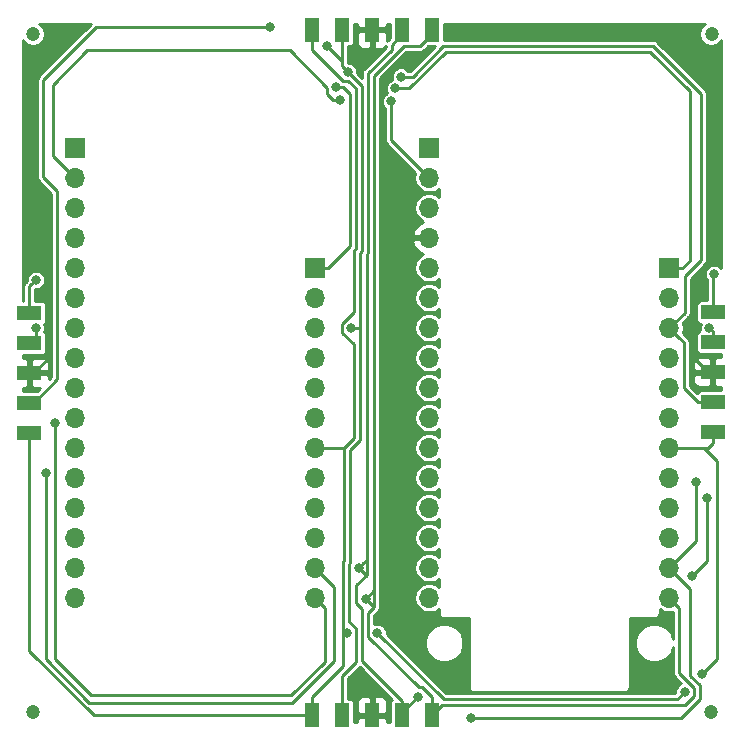
<source format=gbr>
G04 #@! TF.GenerationSoftware,KiCad,Pcbnew,(5.0.0-rc2-dev-111-gc69db6c)*
G04 #@! TF.CreationDate,2018-03-20T00:35:28-07:00*
G04 #@! TF.ProjectId,Feather_Trellis,466561746865725F5472656C6C69732E,rev?*
G04 #@! TF.SameCoordinates,Original*
G04 #@! TF.FileFunction,Copper,L2,Bot,Signal*
G04 #@! TF.FilePolarity,Positive*
%FSLAX46Y46*%
G04 Gerber Fmt 4.6, Leading zero omitted, Abs format (unit mm)*
G04 Created by KiCad (PCBNEW (5.0.0-rc2-dev-111-gc69db6c)) date Tuesday, March 20, 2018 at 12:35:28 AM*
%MOMM*%
%LPD*%
G01*
G04 APERTURE LIST*
%ADD10C,1.200000*%
%ADD11R,2.000000X1.270000*%
%ADD12R,1.270000X2.000000*%
%ADD13R,1.700000X1.700000*%
%ADD14O,1.700000X1.700000*%
%ADD15C,0.800000*%
%ADD16C,0.254000*%
G04 APERTURE END LIST*
D10*
X148700000Y-88700000D03*
X148760000Y-31310000D03*
X91300000Y-88700000D03*
X91300000Y-31300000D03*
D11*
X148840000Y-65030000D03*
X148840000Y-62490000D03*
X148840000Y-59950000D03*
X148840000Y-57410000D03*
X148840000Y-54870000D03*
D12*
X125080000Y-89000000D03*
X122540000Y-89000000D03*
X120000000Y-89000000D03*
X117460000Y-89000000D03*
X114920000Y-89000000D03*
D11*
X91000000Y-65080000D03*
X91000000Y-62540000D03*
X91000000Y-60000000D03*
X91000000Y-57460000D03*
X91000000Y-54920000D03*
D12*
X114920000Y-30950000D03*
X117460000Y-30950000D03*
X120000000Y-30950000D03*
X122540000Y-30950000D03*
X125080000Y-30950000D03*
D13*
X145160000Y-51110000D03*
D14*
X145160000Y-53650000D03*
X145160000Y-56190000D03*
X145160000Y-58730000D03*
X145160000Y-61270000D03*
X145160000Y-63810000D03*
X145160000Y-66350000D03*
X145160000Y-68890000D03*
X145160000Y-71430000D03*
X145160000Y-73970000D03*
X145160000Y-76510000D03*
X145160000Y-79050000D03*
X115160000Y-79050000D03*
X115160000Y-76510000D03*
X115160000Y-73970000D03*
X115160000Y-71430000D03*
X115160000Y-68890000D03*
X115160000Y-66350000D03*
X115160000Y-63810000D03*
X115160000Y-61270000D03*
X115160000Y-58730000D03*
X115160000Y-56190000D03*
X115160000Y-53650000D03*
D13*
X115160000Y-51110000D03*
X124840000Y-40950000D03*
D14*
X124840000Y-43490000D03*
X124840000Y-46030000D03*
X124840000Y-48570000D03*
X124840000Y-51110000D03*
X124840000Y-53650000D03*
X124840000Y-56190000D03*
X124840000Y-58730000D03*
X124840000Y-61270000D03*
X124840000Y-63810000D03*
X124840000Y-66350000D03*
X124840000Y-68890000D03*
X124840000Y-71430000D03*
X124840000Y-73970000D03*
X124840000Y-76510000D03*
X124840000Y-79050000D03*
X94840000Y-79050000D03*
X94840000Y-76510000D03*
X94840000Y-73970000D03*
X94840000Y-71430000D03*
X94840000Y-68890000D03*
X94840000Y-66350000D03*
X94840000Y-63810000D03*
X94840000Y-61270000D03*
X94840000Y-58730000D03*
X94840000Y-56190000D03*
X94840000Y-53650000D03*
X94840000Y-51110000D03*
X94840000Y-48570000D03*
X94840000Y-46030000D03*
X94840000Y-43490000D03*
D13*
X94840000Y-40950000D03*
D15*
X147660000Y-52110000D03*
X91860000Y-49110000D03*
X119920582Y-33228990D03*
X119960000Y-87210000D03*
X91560000Y-52110000D03*
X148360000Y-70610000D03*
X148960000Y-51610000D03*
X147060000Y-77210000D03*
X93160000Y-64210000D03*
X119460000Y-79110000D03*
X92360000Y-68510000D03*
X128360000Y-89210000D03*
X147460000Y-69210000D03*
X123860000Y-87410000D03*
X91560000Y-56209002D03*
X118860000Y-76510000D03*
X148560000Y-56159002D03*
X147960000Y-85510000D03*
X146460000Y-87010000D03*
X120460000Y-82010000D03*
X117860000Y-82010000D03*
X111360000Y-30729012D03*
X116160000Y-32310000D03*
X117960000Y-34510000D03*
X122460000Y-34910000D03*
X118260000Y-56210000D03*
X121627006Y-37010028D03*
X117259998Y-36910000D03*
X116987996Y-35798394D03*
X121960000Y-35910004D03*
D16*
X147260001Y-52509999D02*
X147660000Y-52110000D01*
X147160000Y-52610000D02*
X147260001Y-52509999D01*
X147160000Y-58635000D02*
X147160000Y-52610000D01*
X148475000Y-59950000D02*
X147160000Y-58635000D01*
X148840000Y-59950000D02*
X148475000Y-59950000D01*
X92760000Y-58605000D02*
X92760000Y-50010000D01*
X92760000Y-50010000D02*
X91860000Y-49110000D01*
X91000000Y-60000000D02*
X91365000Y-60000000D01*
X91365000Y-60000000D02*
X92760000Y-58605000D01*
X120000000Y-33149572D02*
X119920582Y-33228990D01*
X120000000Y-30950000D02*
X120000000Y-33149572D01*
X120000000Y-89000000D02*
X120000000Y-87250000D01*
X120000000Y-87250000D02*
X119960000Y-87210000D01*
X91000000Y-52670000D02*
X91160001Y-52509999D01*
X91000000Y-54920000D02*
X91000000Y-52670000D01*
X91160001Y-52509999D02*
X91560000Y-52110000D01*
X93160000Y-64210000D02*
X93160000Y-84250800D01*
X96214200Y-87305000D02*
X113146564Y-87305000D01*
X113146564Y-87305000D02*
X116009999Y-84441565D01*
X116009999Y-84441565D02*
X116009999Y-79899999D01*
X93160000Y-84250800D02*
X96214200Y-87305000D01*
X116009999Y-79899999D02*
X115160000Y-79050000D01*
X148360000Y-71175685D02*
X148360000Y-70610000D01*
X147060000Y-77210000D02*
X148360000Y-75910000D01*
X148360000Y-75910000D02*
X148360000Y-71175685D01*
X148840000Y-54870000D02*
X148840000Y-51730000D01*
X148840000Y-51730000D02*
X148960000Y-51610000D01*
X146009999Y-79899999D02*
X145160000Y-79050000D01*
X125961989Y-88118011D02*
X146507873Y-88118011D01*
X146009999Y-85404115D02*
X146009999Y-79899999D01*
X147241002Y-86635118D02*
X146009999Y-85404115D01*
X147241002Y-87384882D02*
X147241002Y-86635118D01*
X125080000Y-89000000D02*
X125961989Y-88118011D01*
X146507873Y-88118011D02*
X147241002Y-87384882D01*
X123962998Y-86628998D02*
X119678999Y-82344999D01*
X125080000Y-87474116D02*
X124234882Y-86628998D01*
X125080000Y-89000000D02*
X125080000Y-87474116D01*
X119678999Y-82344999D02*
X119678999Y-80309999D01*
X119678999Y-80309999D02*
X120178998Y-79810000D01*
X124234882Y-86628998D02*
X123962998Y-86628998D01*
X125080000Y-31315000D02*
X125080000Y-30950000D01*
X124063999Y-32331001D02*
X125080000Y-31315000D01*
X120178998Y-35992126D02*
X120173046Y-35986174D01*
X120173046Y-34841070D02*
X122683115Y-32331001D01*
X122683115Y-32331001D02*
X124063999Y-32331001D01*
X120178998Y-78410000D02*
X120178998Y-35992126D01*
X120173046Y-35986174D02*
X120173046Y-34841070D01*
X120178998Y-79810000D02*
X120178998Y-78410000D01*
X119460000Y-79110000D02*
X120160000Y-79810000D01*
X120160000Y-79810000D02*
X120178998Y-79810000D01*
X119460000Y-79110000D02*
X120160000Y-78410000D01*
X120160000Y-78410000D02*
X120178998Y-78410000D01*
X115160000Y-76510000D02*
X116760000Y-78110000D01*
X113260000Y-87910000D02*
X96060000Y-87910000D01*
X116760000Y-84410000D02*
X113260000Y-87910000D01*
X116760000Y-78110000D02*
X116760000Y-84410000D01*
X92360000Y-69075685D02*
X92360000Y-68510000D01*
X96060000Y-87910000D02*
X92360000Y-84210000D01*
X92360000Y-84210000D02*
X92360000Y-69075685D01*
X128925685Y-89210000D02*
X128360000Y-89210000D01*
X147749013Y-87595307D02*
X146134320Y-89210000D01*
X146960000Y-78310000D02*
X146960000Y-85635680D01*
X145160000Y-76510000D02*
X146960000Y-78310000D01*
X146960000Y-85635680D02*
X147749012Y-86424692D01*
X146134320Y-89210000D02*
X128925685Y-89210000D01*
X147749012Y-86424692D02*
X147749013Y-87595307D01*
X147460000Y-69775685D02*
X147460000Y-69210000D01*
X147460000Y-74210000D02*
X147460000Y-69775685D01*
X145160000Y-76510000D02*
X147460000Y-74210000D01*
X118678999Y-77991001D02*
X119560000Y-77110000D01*
X118678999Y-79484881D02*
X118678999Y-77991001D01*
X122540000Y-87746000D02*
X119170989Y-84376989D01*
X119170989Y-79976871D02*
X118678999Y-79484881D01*
X119170989Y-84376989D02*
X119170989Y-79976871D01*
X122540000Y-89000000D02*
X122540000Y-87746000D01*
X122540000Y-88730000D02*
X123860000Y-87410000D01*
X122540000Y-89000000D02*
X122540000Y-88730000D01*
X91560000Y-56209002D02*
X91560000Y-56900000D01*
X91560000Y-56900000D02*
X91000000Y-57460000D01*
X122540000Y-31315000D02*
X122540000Y-30950000D01*
X119560000Y-49969308D02*
X119665035Y-49864273D01*
X119665035Y-34630645D02*
X121651000Y-32644680D01*
X121651000Y-32204000D02*
X122540000Y-31315000D01*
X121651000Y-32644680D02*
X121651000Y-32204000D01*
X119665035Y-49864273D02*
X119665035Y-34630645D01*
X119560000Y-75810000D02*
X119560000Y-49969308D01*
X119560000Y-77110000D02*
X119560000Y-75810000D01*
X118860000Y-76510000D02*
X119460000Y-77110000D01*
X119460000Y-77110000D02*
X119560000Y-77110000D01*
X118860000Y-76510000D02*
X119259999Y-76110001D01*
X119259999Y-76110001D02*
X119560000Y-75810000D01*
X148840000Y-57410000D02*
X148840000Y-56439002D01*
X148840000Y-56439002D02*
X148560000Y-56159002D01*
X148475000Y-57410000D02*
X148840000Y-57410000D01*
X147960000Y-85510000D02*
X149241001Y-84228999D01*
X149241001Y-84228999D02*
X149241001Y-67474712D01*
X149241001Y-67474712D02*
X148116289Y-66350000D01*
X148116289Y-66350000D02*
X147840000Y-66350000D01*
X126060000Y-87610000D02*
X145860000Y-87610000D01*
X145860000Y-87610000D02*
X146460000Y-87010000D01*
X120460000Y-82010000D02*
X126060000Y-87610000D01*
X117570988Y-82010000D02*
X117570988Y-84799012D01*
X117570988Y-75924694D02*
X117570988Y-82010000D01*
X117570988Y-82010000D02*
X117860000Y-82010000D01*
X91000000Y-65969000D02*
X91000000Y-65080000D01*
X91000000Y-83568436D02*
X91000000Y-65969000D01*
X96431564Y-89000000D02*
X91000000Y-83568436D01*
X114920000Y-89000000D02*
X96431564Y-89000000D01*
X118460000Y-54854118D02*
X117478999Y-55835119D01*
X117478999Y-56584881D02*
X118460000Y-57565882D01*
X117478999Y-55835119D02*
X117478999Y-56584881D01*
X118007001Y-35291001D02*
X118624926Y-35908926D01*
X118624926Y-35908926D02*
X118624926Y-49467510D01*
X118460000Y-49632436D02*
X118460000Y-54854118D01*
X114920000Y-32625882D02*
X117585119Y-35291001D01*
X114920000Y-30950000D02*
X114920000Y-32625882D01*
X118460000Y-57565882D02*
X118460000Y-65491000D01*
X118460000Y-65491000D02*
X117601000Y-66350000D01*
X117585119Y-35291001D02*
X118007001Y-35291001D01*
X118624926Y-49467510D02*
X118460000Y-49632436D01*
X114920000Y-87746000D02*
X114920000Y-89000000D01*
X114920000Y-87450000D02*
X114920000Y-87746000D01*
X117601000Y-66350000D02*
X117601000Y-75894682D01*
X117601000Y-75894682D02*
X117570988Y-75924694D01*
X117570988Y-84799012D02*
X114920000Y-87450000D01*
X147840000Y-66350000D02*
X145160000Y-66350000D01*
X148840000Y-65030000D02*
X148840000Y-65919000D01*
X148840000Y-65919000D02*
X148409000Y-66350000D01*
X148409000Y-66350000D02*
X147840000Y-66350000D01*
X117601000Y-66350000D02*
X115160000Y-66350000D01*
X110794315Y-30729012D02*
X111360000Y-30729012D01*
X96640988Y-30729012D02*
X110794315Y-30729012D01*
X93360000Y-44610000D02*
X92160000Y-43410000D01*
X92160000Y-35210000D02*
X96640988Y-30729012D01*
X92160000Y-43410000D02*
X92160000Y-35210000D01*
X91365000Y-62540000D02*
X93360000Y-60545000D01*
X91000000Y-62540000D02*
X91365000Y-62540000D01*
X93360000Y-60545000D02*
X93360000Y-44610000D01*
X145160000Y-56190000D02*
X146460000Y-54890000D01*
X146460000Y-51810000D02*
X147860000Y-50410000D01*
X126048812Y-32301990D02*
X123440802Y-34910000D01*
X147860000Y-50410000D02*
X147860000Y-36391564D01*
X146460000Y-54890000D02*
X146460000Y-51810000D01*
X143770425Y-32301989D02*
X126048812Y-32301990D01*
X123440802Y-34910000D02*
X123025685Y-34910000D01*
X147860000Y-36391564D02*
X143770425Y-32301989D01*
X123025685Y-34910000D02*
X122460000Y-34910000D01*
X118109011Y-66560425D02*
X118968011Y-65701425D01*
X117460000Y-85628434D02*
X118641002Y-84447432D01*
X118078999Y-76135119D02*
X118109010Y-76105108D01*
X118968011Y-65701425D02*
X118968011Y-56210000D01*
X118641002Y-81635118D02*
X118078999Y-81073115D01*
X118109010Y-76105108D02*
X118109011Y-66560425D01*
X118078999Y-81073115D02*
X118078999Y-76135119D01*
X118641002Y-84447432D02*
X118641002Y-81635118D01*
X117460000Y-89000000D02*
X117460000Y-85628434D01*
X117460000Y-30950000D02*
X117460000Y-33810000D01*
X117460000Y-33810000D02*
X117460000Y-34010000D01*
X116160000Y-32310000D02*
X117460000Y-33610000D01*
X117460000Y-33610000D02*
X117460000Y-33810000D01*
X145160000Y-56190000D02*
X145160000Y-55610000D01*
X119157024Y-36521878D02*
X119157024Y-35707024D01*
X119157024Y-35707024D02*
X118359999Y-34909999D01*
X117460000Y-34010000D02*
X117560001Y-34110001D01*
X117560001Y-34110001D02*
X117960000Y-34510000D01*
X118359999Y-34909999D02*
X117960000Y-34510000D01*
X117460000Y-31315000D02*
X117460000Y-30950000D01*
X119157024Y-36521878D02*
X119132926Y-36497778D01*
X118968011Y-56210000D02*
X118968011Y-49842861D01*
X119157024Y-49653848D02*
X119157024Y-36521878D01*
X118968011Y-49842861D02*
X119157024Y-49653848D01*
X118260000Y-56210000D02*
X118968011Y-56210000D01*
X148840000Y-62490000D02*
X147586000Y-62490000D01*
X147586000Y-62490000D02*
X146391001Y-61295001D01*
X146391001Y-61295001D02*
X146391001Y-57421001D01*
X146391001Y-57421001D02*
X146009999Y-57039999D01*
X146009999Y-57039999D02*
X145160000Y-56190000D01*
X116206995Y-35856997D02*
X116206995Y-36422682D01*
X95884000Y-32695000D02*
X113044998Y-32695000D01*
X94840000Y-43490000D02*
X92963000Y-41613000D01*
X116694313Y-36910000D02*
X117259998Y-36910000D01*
X116206995Y-36422682D02*
X116694313Y-36910000D01*
X113044998Y-32695000D02*
X116206995Y-35856997D01*
X92963000Y-41613000D02*
X92963000Y-35616000D01*
X92963000Y-35616000D02*
X95884000Y-32695000D01*
X121627006Y-37575713D02*
X121627006Y-37010028D01*
X124840000Y-43490000D02*
X121627006Y-40277006D01*
X121627006Y-40277006D02*
X121627006Y-37575713D01*
X145160000Y-51110000D02*
X146264000Y-51110000D01*
X122525685Y-35910004D02*
X121960000Y-35910004D01*
X146264000Y-51110000D02*
X146886010Y-50487990D01*
X146886010Y-50487990D02*
X146886010Y-36136010D01*
X146886010Y-36136010D02*
X143560000Y-32810000D01*
X143560000Y-32810000D02*
X126259238Y-32810000D01*
X126259238Y-32810000D02*
X123159234Y-35910004D01*
X123159234Y-35910004D02*
X122525685Y-35910004D01*
X115160000Y-51110000D02*
X116264000Y-51110000D01*
X118116890Y-49257110D02*
X118116890Y-36361603D01*
X116264000Y-51110000D02*
X118116890Y-49257110D01*
X118116890Y-36361603D02*
X117553681Y-35798394D01*
X117553681Y-35798394D02*
X116987996Y-35798394D01*
G36*
X121732569Y-87656990D02*
X121630314Y-87725314D01*
X121546106Y-87851341D01*
X121516536Y-88000000D01*
X121516536Y-89544000D01*
X121270000Y-89544000D01*
X121270000Y-89285750D01*
X121111250Y-89127000D01*
X120127000Y-89127000D01*
X120127000Y-89147000D01*
X119873000Y-89147000D01*
X119873000Y-89127000D01*
X118888750Y-89127000D01*
X118730000Y-89285750D01*
X118730000Y-89544000D01*
X118483464Y-89544000D01*
X118483464Y-88000000D01*
X118458340Y-87873691D01*
X118730000Y-87873691D01*
X118730000Y-88714250D01*
X118888750Y-88873000D01*
X119873000Y-88873000D01*
X119873000Y-87523750D01*
X120127000Y-87523750D01*
X120127000Y-88873000D01*
X121111250Y-88873000D01*
X121270000Y-88714250D01*
X121270000Y-87873691D01*
X121173327Y-87640302D01*
X120994699Y-87461673D01*
X120761310Y-87365000D01*
X120285750Y-87365000D01*
X120127000Y-87523750D01*
X119873000Y-87523750D01*
X119714250Y-87365000D01*
X119238690Y-87365000D01*
X119005301Y-87461673D01*
X118826673Y-87640302D01*
X118730000Y-87873691D01*
X118458340Y-87873691D01*
X118453894Y-87851341D01*
X118369686Y-87725314D01*
X118243659Y-87641106D01*
X118095000Y-87611536D01*
X117968000Y-87611536D01*
X117968000Y-85838854D01*
X118941217Y-84865637D01*
X121732569Y-87656990D01*
X121732569Y-87656990D01*
G37*
X121732569Y-87656990D02*
X121630314Y-87725314D01*
X121546106Y-87851341D01*
X121516536Y-88000000D01*
X121516536Y-89544000D01*
X121270000Y-89544000D01*
X121270000Y-89285750D01*
X121111250Y-89127000D01*
X120127000Y-89127000D01*
X120127000Y-89147000D01*
X119873000Y-89147000D01*
X119873000Y-89127000D01*
X118888750Y-89127000D01*
X118730000Y-89285750D01*
X118730000Y-89544000D01*
X118483464Y-89544000D01*
X118483464Y-88000000D01*
X118458340Y-87873691D01*
X118730000Y-87873691D01*
X118730000Y-88714250D01*
X118888750Y-88873000D01*
X119873000Y-88873000D01*
X119873000Y-87523750D01*
X120127000Y-87523750D01*
X120127000Y-88873000D01*
X121111250Y-88873000D01*
X121270000Y-88714250D01*
X121270000Y-87873691D01*
X121173327Y-87640302D01*
X120994699Y-87461673D01*
X120761310Y-87365000D01*
X120285750Y-87365000D01*
X120127000Y-87523750D01*
X119873000Y-87523750D01*
X119714250Y-87365000D01*
X119238690Y-87365000D01*
X119005301Y-87461673D01*
X118826673Y-87640302D01*
X118730000Y-87873691D01*
X118458340Y-87873691D01*
X118453894Y-87851341D01*
X118369686Y-87725314D01*
X118243659Y-87641106D01*
X118095000Y-87611536D01*
X117968000Y-87611536D01*
X117968000Y-85838854D01*
X118941217Y-84865637D01*
X121732569Y-87656990D01*
G36*
X123230382Y-34402000D02*
X123056501Y-34402000D01*
X122902401Y-34247900D01*
X122615351Y-34129000D01*
X122304649Y-34129000D01*
X122017599Y-34247900D01*
X121797900Y-34467599D01*
X121679000Y-34754649D01*
X121679000Y-35065351D01*
X121719906Y-35164106D01*
X121517599Y-35247904D01*
X121297900Y-35467603D01*
X121179000Y-35754653D01*
X121179000Y-36065355D01*
X121279725Y-36308528D01*
X121184605Y-36347928D01*
X120964906Y-36567627D01*
X120846006Y-36854677D01*
X120846006Y-37165379D01*
X120964906Y-37452429D01*
X121119006Y-37606529D01*
X121119006Y-37625744D01*
X121119007Y-37625749D01*
X121119006Y-40226978D01*
X121109055Y-40277006D01*
X121119006Y-40327034D01*
X121119006Y-40327037D01*
X121148481Y-40475217D01*
X121260759Y-40643253D01*
X121303174Y-40671594D01*
X123673927Y-43042348D01*
X123584884Y-43490000D01*
X123680424Y-43970312D01*
X123952499Y-44377501D01*
X124359688Y-44649576D01*
X124718761Y-44721000D01*
X124961239Y-44721000D01*
X125320312Y-44649576D01*
X125654001Y-44426612D01*
X125654001Y-45093388D01*
X125320312Y-44870424D01*
X124961239Y-44799000D01*
X124718761Y-44799000D01*
X124359688Y-44870424D01*
X123952499Y-45142499D01*
X123680424Y-45549688D01*
X123584884Y-46030000D01*
X123680424Y-46510312D01*
X123952499Y-46917501D01*
X124356963Y-47187755D01*
X123958642Y-47374817D01*
X123568355Y-47803076D01*
X123398524Y-48213110D01*
X123519845Y-48443000D01*
X124713000Y-48443000D01*
X124713000Y-48423000D01*
X124967000Y-48423000D01*
X124967000Y-48443000D01*
X124987000Y-48443000D01*
X124987000Y-48697000D01*
X124967000Y-48697000D01*
X124967000Y-48717000D01*
X124713000Y-48717000D01*
X124713000Y-48697000D01*
X123519845Y-48697000D01*
X123398524Y-48926890D01*
X123568355Y-49336924D01*
X123958642Y-49765183D01*
X124356963Y-49952245D01*
X123952499Y-50222499D01*
X123680424Y-50629688D01*
X123584884Y-51110000D01*
X123680424Y-51590312D01*
X123952499Y-51997501D01*
X124359688Y-52269576D01*
X124718761Y-52341000D01*
X124961239Y-52341000D01*
X125320312Y-52269576D01*
X125654001Y-52046612D01*
X125654001Y-52713388D01*
X125320312Y-52490424D01*
X124961239Y-52419000D01*
X124718761Y-52419000D01*
X124359688Y-52490424D01*
X123952499Y-52762499D01*
X123680424Y-53169688D01*
X123584884Y-53650000D01*
X123680424Y-54130312D01*
X123952499Y-54537501D01*
X124359688Y-54809576D01*
X124718761Y-54881000D01*
X124961239Y-54881000D01*
X125320312Y-54809576D01*
X125654001Y-54586612D01*
X125654001Y-55253388D01*
X125320312Y-55030424D01*
X124961239Y-54959000D01*
X124718761Y-54959000D01*
X124359688Y-55030424D01*
X123952499Y-55302499D01*
X123680424Y-55709688D01*
X123584884Y-56190000D01*
X123680424Y-56670312D01*
X123952499Y-57077501D01*
X124359688Y-57349576D01*
X124718761Y-57421000D01*
X124961239Y-57421000D01*
X125320312Y-57349576D01*
X125654001Y-57126612D01*
X125654001Y-57793388D01*
X125320312Y-57570424D01*
X124961239Y-57499000D01*
X124718761Y-57499000D01*
X124359688Y-57570424D01*
X123952499Y-57842499D01*
X123680424Y-58249688D01*
X123584884Y-58730000D01*
X123680424Y-59210312D01*
X123952499Y-59617501D01*
X124359688Y-59889576D01*
X124718761Y-59961000D01*
X124961239Y-59961000D01*
X125320312Y-59889576D01*
X125654001Y-59666612D01*
X125654000Y-60333388D01*
X125320312Y-60110424D01*
X124961239Y-60039000D01*
X124718761Y-60039000D01*
X124359688Y-60110424D01*
X123952499Y-60382499D01*
X123680424Y-60789688D01*
X123584884Y-61270000D01*
X123680424Y-61750312D01*
X123952499Y-62157501D01*
X124359688Y-62429576D01*
X124718761Y-62501000D01*
X124961239Y-62501000D01*
X125320312Y-62429576D01*
X125654000Y-62206613D01*
X125654000Y-62873387D01*
X125320312Y-62650424D01*
X124961239Y-62579000D01*
X124718761Y-62579000D01*
X124359688Y-62650424D01*
X123952499Y-62922499D01*
X123680424Y-63329688D01*
X123584884Y-63810000D01*
X123680424Y-64290312D01*
X123952499Y-64697501D01*
X124359688Y-64969576D01*
X124718761Y-65041000D01*
X124961239Y-65041000D01*
X125320312Y-64969576D01*
X125654000Y-64746613D01*
X125654000Y-65413387D01*
X125320312Y-65190424D01*
X124961239Y-65119000D01*
X124718761Y-65119000D01*
X124359688Y-65190424D01*
X123952499Y-65462499D01*
X123680424Y-65869688D01*
X123584884Y-66350000D01*
X123680424Y-66830312D01*
X123952499Y-67237501D01*
X124359688Y-67509576D01*
X124718761Y-67581000D01*
X124961239Y-67581000D01*
X125320312Y-67509576D01*
X125654000Y-67286613D01*
X125654000Y-67953387D01*
X125320312Y-67730424D01*
X124961239Y-67659000D01*
X124718761Y-67659000D01*
X124359688Y-67730424D01*
X123952499Y-68002499D01*
X123680424Y-68409688D01*
X123584884Y-68890000D01*
X123680424Y-69370312D01*
X123952499Y-69777501D01*
X124359688Y-70049576D01*
X124718761Y-70121000D01*
X124961239Y-70121000D01*
X125320312Y-70049576D01*
X125654000Y-69826613D01*
X125654000Y-70493387D01*
X125320312Y-70270424D01*
X124961239Y-70199000D01*
X124718761Y-70199000D01*
X124359688Y-70270424D01*
X123952499Y-70542499D01*
X123680424Y-70949688D01*
X123584884Y-71430000D01*
X123680424Y-71910312D01*
X123952499Y-72317501D01*
X124359688Y-72589576D01*
X124718761Y-72661000D01*
X124961239Y-72661000D01*
X125320312Y-72589576D01*
X125654000Y-72366613D01*
X125654000Y-73033387D01*
X125320312Y-72810424D01*
X124961239Y-72739000D01*
X124718761Y-72739000D01*
X124359688Y-72810424D01*
X123952499Y-73082499D01*
X123680424Y-73489688D01*
X123584884Y-73970000D01*
X123680424Y-74450312D01*
X123952499Y-74857501D01*
X124359688Y-75129576D01*
X124718761Y-75201000D01*
X124961239Y-75201000D01*
X125320312Y-75129576D01*
X125654000Y-74906613D01*
X125654000Y-75573387D01*
X125320312Y-75350424D01*
X124961239Y-75279000D01*
X124718761Y-75279000D01*
X124359688Y-75350424D01*
X123952499Y-75622499D01*
X123680424Y-76029688D01*
X123584884Y-76510000D01*
X123680424Y-76990312D01*
X123952499Y-77397501D01*
X124359688Y-77669576D01*
X124718761Y-77741000D01*
X124961239Y-77741000D01*
X125320312Y-77669576D01*
X125654000Y-77446613D01*
X125654000Y-78113387D01*
X125320312Y-77890424D01*
X124961239Y-77819000D01*
X124718761Y-77819000D01*
X124359688Y-77890424D01*
X123952499Y-78162499D01*
X123680424Y-78569688D01*
X123584884Y-79050000D01*
X123680424Y-79530312D01*
X123952499Y-79937501D01*
X124359688Y-80209576D01*
X124718761Y-80281000D01*
X124961239Y-80281000D01*
X125320312Y-80209576D01*
X125654000Y-79986613D01*
X125654000Y-80275091D01*
X125645067Y-80320000D01*
X125680458Y-80497922D01*
X125718706Y-80555164D01*
X125781243Y-80648757D01*
X125932078Y-80749542D01*
X126110000Y-80784933D01*
X126154909Y-80776000D01*
X128194001Y-80776000D01*
X128194000Y-86555091D01*
X128185067Y-86600000D01*
X128220458Y-86777922D01*
X128304177Y-86903216D01*
X128321243Y-86928757D01*
X128472078Y-87029542D01*
X128650000Y-87064933D01*
X128694909Y-87056000D01*
X141305091Y-87056000D01*
X141350000Y-87064933D01*
X141394909Y-87056000D01*
X141527922Y-87029542D01*
X141678757Y-86928757D01*
X141779542Y-86777922D01*
X141814933Y-86600000D01*
X141806000Y-86555091D01*
X141806000Y-80776000D01*
X143845091Y-80776000D01*
X143890000Y-80784933D01*
X143934909Y-80776000D01*
X144067922Y-80749542D01*
X144218757Y-80648757D01*
X144319542Y-80497922D01*
X144354933Y-80320000D01*
X144346000Y-80275091D01*
X144346000Y-79986613D01*
X144679688Y-80209576D01*
X145038761Y-80281000D01*
X145281239Y-80281000D01*
X145502000Y-80237088D01*
X145502000Y-82489703D01*
X145272695Y-81936113D01*
X144813887Y-81477305D01*
X144214426Y-81229000D01*
X143565574Y-81229000D01*
X142966113Y-81477305D01*
X142507305Y-81936113D01*
X142259000Y-82535574D01*
X142259000Y-83184426D01*
X142507305Y-83783887D01*
X142966113Y-84242695D01*
X143565574Y-84491000D01*
X144214426Y-84491000D01*
X144813887Y-84242695D01*
X145272695Y-83783887D01*
X145501999Y-83230298D01*
X145501999Y-85354087D01*
X145492048Y-85404115D01*
X145501999Y-85454143D01*
X145501999Y-85454146D01*
X145531474Y-85602326D01*
X145643752Y-85770362D01*
X145686167Y-85798703D01*
X146171582Y-86284118D01*
X146017599Y-86347900D01*
X145797900Y-86567599D01*
X145679000Y-86854649D01*
X145679000Y-87072580D01*
X145649580Y-87102000D01*
X126270421Y-87102000D01*
X121703995Y-82535574D01*
X124479000Y-82535574D01*
X124479000Y-83184426D01*
X124727305Y-83783887D01*
X125186113Y-84242695D01*
X125785574Y-84491000D01*
X126434426Y-84491000D01*
X127033887Y-84242695D01*
X127492695Y-83783887D01*
X127741000Y-83184426D01*
X127741000Y-82535574D01*
X127492695Y-81936113D01*
X127033887Y-81477305D01*
X126434426Y-81229000D01*
X125785574Y-81229000D01*
X125186113Y-81477305D01*
X124727305Y-81936113D01*
X124479000Y-82535574D01*
X121703995Y-82535574D01*
X121241000Y-82072580D01*
X121241000Y-81854649D01*
X121122100Y-81567599D01*
X120902401Y-81347900D01*
X120615351Y-81229000D01*
X120304649Y-81229000D01*
X120186999Y-81277732D01*
X120186999Y-80520419D01*
X120502831Y-80204587D01*
X120545245Y-80176247D01*
X120657523Y-80008212D01*
X120696950Y-79810000D01*
X120686998Y-79759968D01*
X120686998Y-78460031D01*
X120696950Y-78410000D01*
X120686998Y-78359968D01*
X120686998Y-36042153D01*
X120696949Y-35992125D01*
X120686998Y-35942097D01*
X120686998Y-35942094D01*
X120681046Y-35912171D01*
X120681046Y-35051490D01*
X122893536Y-32839001D01*
X124013971Y-32839001D01*
X124063999Y-32848952D01*
X124114027Y-32839001D01*
X124114031Y-32839001D01*
X124262211Y-32809526D01*
X124430246Y-32697248D01*
X124458587Y-32654833D01*
X124774956Y-32338464D01*
X125293917Y-32338464D01*
X123230382Y-34402000D01*
X123230382Y-34402000D01*
G37*
X123230382Y-34402000D02*
X123056501Y-34402000D01*
X122902401Y-34247900D01*
X122615351Y-34129000D01*
X122304649Y-34129000D01*
X122017599Y-34247900D01*
X121797900Y-34467599D01*
X121679000Y-34754649D01*
X121679000Y-35065351D01*
X121719906Y-35164106D01*
X121517599Y-35247904D01*
X121297900Y-35467603D01*
X121179000Y-35754653D01*
X121179000Y-36065355D01*
X121279725Y-36308528D01*
X121184605Y-36347928D01*
X120964906Y-36567627D01*
X120846006Y-36854677D01*
X120846006Y-37165379D01*
X120964906Y-37452429D01*
X121119006Y-37606529D01*
X121119006Y-37625744D01*
X121119007Y-37625749D01*
X121119006Y-40226978D01*
X121109055Y-40277006D01*
X121119006Y-40327034D01*
X121119006Y-40327037D01*
X121148481Y-40475217D01*
X121260759Y-40643253D01*
X121303174Y-40671594D01*
X123673927Y-43042348D01*
X123584884Y-43490000D01*
X123680424Y-43970312D01*
X123952499Y-44377501D01*
X124359688Y-44649576D01*
X124718761Y-44721000D01*
X124961239Y-44721000D01*
X125320312Y-44649576D01*
X125654001Y-44426612D01*
X125654001Y-45093388D01*
X125320312Y-44870424D01*
X124961239Y-44799000D01*
X124718761Y-44799000D01*
X124359688Y-44870424D01*
X123952499Y-45142499D01*
X123680424Y-45549688D01*
X123584884Y-46030000D01*
X123680424Y-46510312D01*
X123952499Y-46917501D01*
X124356963Y-47187755D01*
X123958642Y-47374817D01*
X123568355Y-47803076D01*
X123398524Y-48213110D01*
X123519845Y-48443000D01*
X124713000Y-48443000D01*
X124713000Y-48423000D01*
X124967000Y-48423000D01*
X124967000Y-48443000D01*
X124987000Y-48443000D01*
X124987000Y-48697000D01*
X124967000Y-48697000D01*
X124967000Y-48717000D01*
X124713000Y-48717000D01*
X124713000Y-48697000D01*
X123519845Y-48697000D01*
X123398524Y-48926890D01*
X123568355Y-49336924D01*
X123958642Y-49765183D01*
X124356963Y-49952245D01*
X123952499Y-50222499D01*
X123680424Y-50629688D01*
X123584884Y-51110000D01*
X123680424Y-51590312D01*
X123952499Y-51997501D01*
X124359688Y-52269576D01*
X124718761Y-52341000D01*
X124961239Y-52341000D01*
X125320312Y-52269576D01*
X125654001Y-52046612D01*
X125654001Y-52713388D01*
X125320312Y-52490424D01*
X124961239Y-52419000D01*
X124718761Y-52419000D01*
X124359688Y-52490424D01*
X123952499Y-52762499D01*
X123680424Y-53169688D01*
X123584884Y-53650000D01*
X123680424Y-54130312D01*
X123952499Y-54537501D01*
X124359688Y-54809576D01*
X124718761Y-54881000D01*
X124961239Y-54881000D01*
X125320312Y-54809576D01*
X125654001Y-54586612D01*
X125654001Y-55253388D01*
X125320312Y-55030424D01*
X124961239Y-54959000D01*
X124718761Y-54959000D01*
X124359688Y-55030424D01*
X123952499Y-55302499D01*
X123680424Y-55709688D01*
X123584884Y-56190000D01*
X123680424Y-56670312D01*
X123952499Y-57077501D01*
X124359688Y-57349576D01*
X124718761Y-57421000D01*
X124961239Y-57421000D01*
X125320312Y-57349576D01*
X125654001Y-57126612D01*
X125654001Y-57793388D01*
X125320312Y-57570424D01*
X124961239Y-57499000D01*
X124718761Y-57499000D01*
X124359688Y-57570424D01*
X123952499Y-57842499D01*
X123680424Y-58249688D01*
X123584884Y-58730000D01*
X123680424Y-59210312D01*
X123952499Y-59617501D01*
X124359688Y-59889576D01*
X124718761Y-59961000D01*
X124961239Y-59961000D01*
X125320312Y-59889576D01*
X125654001Y-59666612D01*
X125654000Y-60333388D01*
X125320312Y-60110424D01*
X124961239Y-60039000D01*
X124718761Y-60039000D01*
X124359688Y-60110424D01*
X123952499Y-60382499D01*
X123680424Y-60789688D01*
X123584884Y-61270000D01*
X123680424Y-61750312D01*
X123952499Y-62157501D01*
X124359688Y-62429576D01*
X124718761Y-62501000D01*
X124961239Y-62501000D01*
X125320312Y-62429576D01*
X125654000Y-62206613D01*
X125654000Y-62873387D01*
X125320312Y-62650424D01*
X124961239Y-62579000D01*
X124718761Y-62579000D01*
X124359688Y-62650424D01*
X123952499Y-62922499D01*
X123680424Y-63329688D01*
X123584884Y-63810000D01*
X123680424Y-64290312D01*
X123952499Y-64697501D01*
X124359688Y-64969576D01*
X124718761Y-65041000D01*
X124961239Y-65041000D01*
X125320312Y-64969576D01*
X125654000Y-64746613D01*
X125654000Y-65413387D01*
X125320312Y-65190424D01*
X124961239Y-65119000D01*
X124718761Y-65119000D01*
X124359688Y-65190424D01*
X123952499Y-65462499D01*
X123680424Y-65869688D01*
X123584884Y-66350000D01*
X123680424Y-66830312D01*
X123952499Y-67237501D01*
X124359688Y-67509576D01*
X124718761Y-67581000D01*
X124961239Y-67581000D01*
X125320312Y-67509576D01*
X125654000Y-67286613D01*
X125654000Y-67953387D01*
X125320312Y-67730424D01*
X124961239Y-67659000D01*
X124718761Y-67659000D01*
X124359688Y-67730424D01*
X123952499Y-68002499D01*
X123680424Y-68409688D01*
X123584884Y-68890000D01*
X123680424Y-69370312D01*
X123952499Y-69777501D01*
X124359688Y-70049576D01*
X124718761Y-70121000D01*
X124961239Y-70121000D01*
X125320312Y-70049576D01*
X125654000Y-69826613D01*
X125654000Y-70493387D01*
X125320312Y-70270424D01*
X124961239Y-70199000D01*
X124718761Y-70199000D01*
X124359688Y-70270424D01*
X123952499Y-70542499D01*
X123680424Y-70949688D01*
X123584884Y-71430000D01*
X123680424Y-71910312D01*
X123952499Y-72317501D01*
X124359688Y-72589576D01*
X124718761Y-72661000D01*
X124961239Y-72661000D01*
X125320312Y-72589576D01*
X125654000Y-72366613D01*
X125654000Y-73033387D01*
X125320312Y-72810424D01*
X124961239Y-72739000D01*
X124718761Y-72739000D01*
X124359688Y-72810424D01*
X123952499Y-73082499D01*
X123680424Y-73489688D01*
X123584884Y-73970000D01*
X123680424Y-74450312D01*
X123952499Y-74857501D01*
X124359688Y-75129576D01*
X124718761Y-75201000D01*
X124961239Y-75201000D01*
X125320312Y-75129576D01*
X125654000Y-74906613D01*
X125654000Y-75573387D01*
X125320312Y-75350424D01*
X124961239Y-75279000D01*
X124718761Y-75279000D01*
X124359688Y-75350424D01*
X123952499Y-75622499D01*
X123680424Y-76029688D01*
X123584884Y-76510000D01*
X123680424Y-76990312D01*
X123952499Y-77397501D01*
X124359688Y-77669576D01*
X124718761Y-77741000D01*
X124961239Y-77741000D01*
X125320312Y-77669576D01*
X125654000Y-77446613D01*
X125654000Y-78113387D01*
X125320312Y-77890424D01*
X124961239Y-77819000D01*
X124718761Y-77819000D01*
X124359688Y-77890424D01*
X123952499Y-78162499D01*
X123680424Y-78569688D01*
X123584884Y-79050000D01*
X123680424Y-79530312D01*
X123952499Y-79937501D01*
X124359688Y-80209576D01*
X124718761Y-80281000D01*
X124961239Y-80281000D01*
X125320312Y-80209576D01*
X125654000Y-79986613D01*
X125654000Y-80275091D01*
X125645067Y-80320000D01*
X125680458Y-80497922D01*
X125718706Y-80555164D01*
X125781243Y-80648757D01*
X125932078Y-80749542D01*
X126110000Y-80784933D01*
X126154909Y-80776000D01*
X128194001Y-80776000D01*
X128194000Y-86555091D01*
X128185067Y-86600000D01*
X128220458Y-86777922D01*
X128304177Y-86903216D01*
X128321243Y-86928757D01*
X128472078Y-87029542D01*
X128650000Y-87064933D01*
X128694909Y-87056000D01*
X141305091Y-87056000D01*
X141350000Y-87064933D01*
X141394909Y-87056000D01*
X141527922Y-87029542D01*
X141678757Y-86928757D01*
X141779542Y-86777922D01*
X141814933Y-86600000D01*
X141806000Y-86555091D01*
X141806000Y-80776000D01*
X143845091Y-80776000D01*
X143890000Y-80784933D01*
X143934909Y-80776000D01*
X144067922Y-80749542D01*
X144218757Y-80648757D01*
X144319542Y-80497922D01*
X144354933Y-80320000D01*
X144346000Y-80275091D01*
X144346000Y-79986613D01*
X144679688Y-80209576D01*
X145038761Y-80281000D01*
X145281239Y-80281000D01*
X145502000Y-80237088D01*
X145502000Y-82489703D01*
X145272695Y-81936113D01*
X144813887Y-81477305D01*
X144214426Y-81229000D01*
X143565574Y-81229000D01*
X142966113Y-81477305D01*
X142507305Y-81936113D01*
X142259000Y-82535574D01*
X142259000Y-83184426D01*
X142507305Y-83783887D01*
X142966113Y-84242695D01*
X143565574Y-84491000D01*
X144214426Y-84491000D01*
X144813887Y-84242695D01*
X145272695Y-83783887D01*
X145501999Y-83230298D01*
X145501999Y-85354087D01*
X145492048Y-85404115D01*
X145501999Y-85454143D01*
X145501999Y-85454146D01*
X145531474Y-85602326D01*
X145643752Y-85770362D01*
X145686167Y-85798703D01*
X146171582Y-86284118D01*
X146017599Y-86347900D01*
X145797900Y-86567599D01*
X145679000Y-86854649D01*
X145679000Y-87072580D01*
X145649580Y-87102000D01*
X126270421Y-87102000D01*
X121703995Y-82535574D01*
X124479000Y-82535574D01*
X124479000Y-83184426D01*
X124727305Y-83783887D01*
X125186113Y-84242695D01*
X125785574Y-84491000D01*
X126434426Y-84491000D01*
X127033887Y-84242695D01*
X127492695Y-83783887D01*
X127741000Y-83184426D01*
X127741000Y-82535574D01*
X127492695Y-81936113D01*
X127033887Y-81477305D01*
X126434426Y-81229000D01*
X125785574Y-81229000D01*
X125186113Y-81477305D01*
X124727305Y-81936113D01*
X124479000Y-82535574D01*
X121703995Y-82535574D01*
X121241000Y-82072580D01*
X121241000Y-81854649D01*
X121122100Y-81567599D01*
X120902401Y-81347900D01*
X120615351Y-81229000D01*
X120304649Y-81229000D01*
X120186999Y-81277732D01*
X120186999Y-80520419D01*
X120502831Y-80204587D01*
X120545245Y-80176247D01*
X120657523Y-80008212D01*
X120696950Y-79810000D01*
X120686998Y-79759968D01*
X120686998Y-78460031D01*
X120696950Y-78410000D01*
X120686998Y-78359968D01*
X120686998Y-36042153D01*
X120696949Y-35992125D01*
X120686998Y-35942097D01*
X120686998Y-35942094D01*
X120681046Y-35912171D01*
X120681046Y-35051490D01*
X122893536Y-32839001D01*
X124013971Y-32839001D01*
X124063999Y-32848952D01*
X124114027Y-32839001D01*
X124114031Y-32839001D01*
X124262211Y-32809526D01*
X124430246Y-32697248D01*
X124458587Y-32654833D01*
X124774956Y-32338464D01*
X125293917Y-32338464D01*
X123230382Y-34402000D01*
G36*
X148144308Y-30468348D02*
X147868348Y-30744308D01*
X147719000Y-31104867D01*
X147719000Y-31495133D01*
X147868348Y-31855692D01*
X148144308Y-32131652D01*
X148504867Y-32281000D01*
X148895133Y-32281000D01*
X149255692Y-32131652D01*
X149531652Y-31855692D01*
X149544001Y-31825879D01*
X149544001Y-51089500D01*
X149402401Y-50947900D01*
X149115351Y-50829000D01*
X148804649Y-50829000D01*
X148517599Y-50947900D01*
X148297900Y-51167599D01*
X148179000Y-51454649D01*
X148179000Y-51765351D01*
X148297900Y-52052401D01*
X148332001Y-52086502D01*
X148332000Y-53846536D01*
X147840000Y-53846536D01*
X147691341Y-53876106D01*
X147565314Y-53960314D01*
X147481106Y-54086341D01*
X147451536Y-54235000D01*
X147451536Y-55505000D01*
X147481106Y-55653659D01*
X147565314Y-55779686D01*
X147691341Y-55863894D01*
X147825810Y-55890641D01*
X147779000Y-56003651D01*
X147779000Y-56314353D01*
X147811267Y-56392251D01*
X147691341Y-56416106D01*
X147565314Y-56500314D01*
X147481106Y-56626341D01*
X147451536Y-56775000D01*
X147451536Y-58045000D01*
X147481106Y-58193659D01*
X147565314Y-58319686D01*
X147691341Y-58403894D01*
X147840000Y-58433464D01*
X149544001Y-58433464D01*
X149544001Y-58680000D01*
X149125750Y-58680000D01*
X148967000Y-58838750D01*
X148967000Y-59823000D01*
X148987000Y-59823000D01*
X148987000Y-60077000D01*
X148967000Y-60077000D01*
X148967000Y-61061250D01*
X149125750Y-61220000D01*
X149544000Y-61220000D01*
X149544000Y-61466536D01*
X147840000Y-61466536D01*
X147691341Y-61496106D01*
X147565314Y-61580314D01*
X147496990Y-61682569D01*
X146899001Y-61084581D01*
X146899001Y-60235750D01*
X147205000Y-60235750D01*
X147205000Y-60711310D01*
X147301673Y-60944699D01*
X147480302Y-61123327D01*
X147713691Y-61220000D01*
X148554250Y-61220000D01*
X148713000Y-61061250D01*
X148713000Y-60077000D01*
X147363750Y-60077000D01*
X147205000Y-60235750D01*
X146899001Y-60235750D01*
X146899001Y-59188690D01*
X147205000Y-59188690D01*
X147205000Y-59664250D01*
X147363750Y-59823000D01*
X148713000Y-59823000D01*
X148713000Y-58838750D01*
X148554250Y-58680000D01*
X147713691Y-58680000D01*
X147480302Y-58776673D01*
X147301673Y-58955301D01*
X147205000Y-59188690D01*
X146899001Y-59188690D01*
X146899001Y-57471028D01*
X146908952Y-57421000D01*
X146899001Y-57370972D01*
X146899001Y-57370969D01*
X146869526Y-57222789D01*
X146854055Y-57199635D01*
X146785589Y-57097168D01*
X146785587Y-57097166D01*
X146757248Y-57054754D01*
X146714836Y-57026415D01*
X146404589Y-56716169D01*
X146404587Y-56716166D01*
X146326073Y-56637652D01*
X146415116Y-56190000D01*
X146326073Y-55742348D01*
X146783836Y-55284585D01*
X146826247Y-55256247D01*
X146854586Y-55213835D01*
X146854588Y-55213833D01*
X146909617Y-55131475D01*
X146938525Y-55088212D01*
X146968000Y-54940032D01*
X146968000Y-54940028D01*
X146977951Y-54890000D01*
X146968000Y-54839972D01*
X146968000Y-52020420D01*
X148183836Y-50804585D01*
X148226247Y-50776247D01*
X148254586Y-50733835D01*
X148254588Y-50733833D01*
X148338525Y-50608212D01*
X148339761Y-50602000D01*
X148368000Y-50460032D01*
X148368000Y-50460028D01*
X148377951Y-50410000D01*
X148368000Y-50359972D01*
X148368000Y-36441591D01*
X148377951Y-36391563D01*
X148368000Y-36341535D01*
X148368000Y-36341532D01*
X148338525Y-36193352D01*
X148226247Y-36025317D01*
X148183832Y-35996976D01*
X144165010Y-31978154D01*
X144136671Y-31935742D01*
X144094259Y-31907403D01*
X144094257Y-31907401D01*
X143968636Y-31823464D01*
X143966308Y-31823001D01*
X143820456Y-31793989D01*
X143820453Y-31793989D01*
X143770425Y-31784038D01*
X143720397Y-31793989D01*
X126103464Y-31793991D01*
X126103464Y-30456000D01*
X148174119Y-30456000D01*
X148144308Y-30468348D01*
X148144308Y-30468348D01*
G37*
X148144308Y-30468348D02*
X147868348Y-30744308D01*
X147719000Y-31104867D01*
X147719000Y-31495133D01*
X147868348Y-31855692D01*
X148144308Y-32131652D01*
X148504867Y-32281000D01*
X148895133Y-32281000D01*
X149255692Y-32131652D01*
X149531652Y-31855692D01*
X149544001Y-31825879D01*
X149544001Y-51089500D01*
X149402401Y-50947900D01*
X149115351Y-50829000D01*
X148804649Y-50829000D01*
X148517599Y-50947900D01*
X148297900Y-51167599D01*
X148179000Y-51454649D01*
X148179000Y-51765351D01*
X148297900Y-52052401D01*
X148332001Y-52086502D01*
X148332000Y-53846536D01*
X147840000Y-53846536D01*
X147691341Y-53876106D01*
X147565314Y-53960314D01*
X147481106Y-54086341D01*
X147451536Y-54235000D01*
X147451536Y-55505000D01*
X147481106Y-55653659D01*
X147565314Y-55779686D01*
X147691341Y-55863894D01*
X147825810Y-55890641D01*
X147779000Y-56003651D01*
X147779000Y-56314353D01*
X147811267Y-56392251D01*
X147691341Y-56416106D01*
X147565314Y-56500314D01*
X147481106Y-56626341D01*
X147451536Y-56775000D01*
X147451536Y-58045000D01*
X147481106Y-58193659D01*
X147565314Y-58319686D01*
X147691341Y-58403894D01*
X147840000Y-58433464D01*
X149544001Y-58433464D01*
X149544001Y-58680000D01*
X149125750Y-58680000D01*
X148967000Y-58838750D01*
X148967000Y-59823000D01*
X148987000Y-59823000D01*
X148987000Y-60077000D01*
X148967000Y-60077000D01*
X148967000Y-61061250D01*
X149125750Y-61220000D01*
X149544000Y-61220000D01*
X149544000Y-61466536D01*
X147840000Y-61466536D01*
X147691341Y-61496106D01*
X147565314Y-61580314D01*
X147496990Y-61682569D01*
X146899001Y-61084581D01*
X146899001Y-60235750D01*
X147205000Y-60235750D01*
X147205000Y-60711310D01*
X147301673Y-60944699D01*
X147480302Y-61123327D01*
X147713691Y-61220000D01*
X148554250Y-61220000D01*
X148713000Y-61061250D01*
X148713000Y-60077000D01*
X147363750Y-60077000D01*
X147205000Y-60235750D01*
X146899001Y-60235750D01*
X146899001Y-59188690D01*
X147205000Y-59188690D01*
X147205000Y-59664250D01*
X147363750Y-59823000D01*
X148713000Y-59823000D01*
X148713000Y-58838750D01*
X148554250Y-58680000D01*
X147713691Y-58680000D01*
X147480302Y-58776673D01*
X147301673Y-58955301D01*
X147205000Y-59188690D01*
X146899001Y-59188690D01*
X146899001Y-57471028D01*
X146908952Y-57421000D01*
X146899001Y-57370972D01*
X146899001Y-57370969D01*
X146869526Y-57222789D01*
X146854055Y-57199635D01*
X146785589Y-57097168D01*
X146785587Y-57097166D01*
X146757248Y-57054754D01*
X146714836Y-57026415D01*
X146404589Y-56716169D01*
X146404587Y-56716166D01*
X146326073Y-56637652D01*
X146415116Y-56190000D01*
X146326073Y-55742348D01*
X146783836Y-55284585D01*
X146826247Y-55256247D01*
X146854586Y-55213835D01*
X146854588Y-55213833D01*
X146909617Y-55131475D01*
X146938525Y-55088212D01*
X146968000Y-54940032D01*
X146968000Y-54940028D01*
X146977951Y-54890000D01*
X146968000Y-54839972D01*
X146968000Y-52020420D01*
X148183836Y-50804585D01*
X148226247Y-50776247D01*
X148254586Y-50733835D01*
X148254588Y-50733833D01*
X148338525Y-50608212D01*
X148339761Y-50602000D01*
X148368000Y-50460032D01*
X148368000Y-50460028D01*
X148377951Y-50410000D01*
X148368000Y-50359972D01*
X148368000Y-36441591D01*
X148377951Y-36391563D01*
X148368000Y-36341535D01*
X148368000Y-36341532D01*
X148338525Y-36193352D01*
X148226247Y-36025317D01*
X148183832Y-35996976D01*
X144165010Y-31978154D01*
X144136671Y-31935742D01*
X144094259Y-31907403D01*
X144094257Y-31907401D01*
X143968636Y-31823464D01*
X143966308Y-31823001D01*
X143820456Y-31793989D01*
X143820453Y-31793989D01*
X143770425Y-31784038D01*
X143720397Y-31793989D01*
X126103464Y-31793991D01*
X126103464Y-30456000D01*
X148174119Y-30456000D01*
X148144308Y-30468348D01*
G36*
X91836166Y-34815414D02*
X91793754Y-34843753D01*
X91765415Y-34886165D01*
X91765412Y-34886168D01*
X91681475Y-35011789D01*
X91642049Y-35210000D01*
X91652001Y-35260033D01*
X91652000Y-43359972D01*
X91642049Y-43410000D01*
X91652000Y-43460028D01*
X91652000Y-43460031D01*
X91681475Y-43608211D01*
X91793753Y-43776247D01*
X91836168Y-43804588D01*
X92852001Y-44820422D01*
X92852000Y-60334579D01*
X92635000Y-60551579D01*
X92635000Y-60285750D01*
X92476250Y-60127000D01*
X91127000Y-60127000D01*
X91127000Y-61111250D01*
X91285750Y-61270000D01*
X91916580Y-61270000D01*
X91670044Y-61516536D01*
X90456000Y-61516536D01*
X90456000Y-61270000D01*
X90714250Y-61270000D01*
X90873000Y-61111250D01*
X90873000Y-60127000D01*
X90853000Y-60127000D01*
X90853000Y-59873000D01*
X90873000Y-59873000D01*
X90873000Y-58888750D01*
X91127000Y-58888750D01*
X91127000Y-59873000D01*
X92476250Y-59873000D01*
X92635000Y-59714250D01*
X92635000Y-59238690D01*
X92538327Y-59005301D01*
X92359698Y-58826673D01*
X92126309Y-58730000D01*
X91285750Y-58730000D01*
X91127000Y-58888750D01*
X90873000Y-58888750D01*
X90714250Y-58730000D01*
X90456000Y-58730000D01*
X90456000Y-58483464D01*
X92000000Y-58483464D01*
X92148659Y-58453894D01*
X92274686Y-58369686D01*
X92358894Y-58243659D01*
X92388464Y-58095000D01*
X92388464Y-56825000D01*
X92358894Y-56676341D01*
X92274686Y-56550314D01*
X92266295Y-56544707D01*
X92341000Y-56364353D01*
X92341000Y-56053651D01*
X92253965Y-55843531D01*
X92274686Y-55829686D01*
X92358894Y-55703659D01*
X92388464Y-55555000D01*
X92388464Y-54285000D01*
X92358894Y-54136341D01*
X92274686Y-54010314D01*
X92148659Y-53926106D01*
X92000000Y-53896536D01*
X91508000Y-53896536D01*
X91508000Y-52891000D01*
X91715351Y-52891000D01*
X92002401Y-52772100D01*
X92222100Y-52552401D01*
X92341000Y-52265351D01*
X92341000Y-51954649D01*
X92222100Y-51667599D01*
X92002401Y-51447900D01*
X91715351Y-51329000D01*
X91404649Y-51329000D01*
X91117599Y-51447900D01*
X90897900Y-51667599D01*
X90779000Y-51954649D01*
X90779000Y-52172580D01*
X90765413Y-52186167D01*
X90765412Y-52186169D01*
X90676167Y-52275414D01*
X90633754Y-52303753D01*
X90605415Y-52346165D01*
X90605412Y-52346168D01*
X90521475Y-52471789D01*
X90482049Y-52670000D01*
X90492001Y-52720033D01*
X90492000Y-53896536D01*
X90456000Y-53896536D01*
X90456000Y-31825881D01*
X90468348Y-31855692D01*
X90744308Y-32131652D01*
X91104867Y-32281000D01*
X91495133Y-32281000D01*
X91855692Y-32131652D01*
X92131652Y-31855692D01*
X92281000Y-31495133D01*
X92281000Y-31104867D01*
X92131652Y-30744308D01*
X91855692Y-30468348D01*
X91825881Y-30456000D01*
X96195579Y-30456000D01*
X91836166Y-34815414D01*
X91836166Y-34815414D01*
G37*
X91836166Y-34815414D02*
X91793754Y-34843753D01*
X91765415Y-34886165D01*
X91765412Y-34886168D01*
X91681475Y-35011789D01*
X91642049Y-35210000D01*
X91652001Y-35260033D01*
X91652000Y-43359972D01*
X91642049Y-43410000D01*
X91652000Y-43460028D01*
X91652000Y-43460031D01*
X91681475Y-43608211D01*
X91793753Y-43776247D01*
X91836168Y-43804588D01*
X92852001Y-44820422D01*
X92852000Y-60334579D01*
X92635000Y-60551579D01*
X92635000Y-60285750D01*
X92476250Y-60127000D01*
X91127000Y-60127000D01*
X91127000Y-61111250D01*
X91285750Y-61270000D01*
X91916580Y-61270000D01*
X91670044Y-61516536D01*
X90456000Y-61516536D01*
X90456000Y-61270000D01*
X90714250Y-61270000D01*
X90873000Y-61111250D01*
X90873000Y-60127000D01*
X90853000Y-60127000D01*
X90853000Y-59873000D01*
X90873000Y-59873000D01*
X90873000Y-58888750D01*
X91127000Y-58888750D01*
X91127000Y-59873000D01*
X92476250Y-59873000D01*
X92635000Y-59714250D01*
X92635000Y-59238690D01*
X92538327Y-59005301D01*
X92359698Y-58826673D01*
X92126309Y-58730000D01*
X91285750Y-58730000D01*
X91127000Y-58888750D01*
X90873000Y-58888750D01*
X90714250Y-58730000D01*
X90456000Y-58730000D01*
X90456000Y-58483464D01*
X92000000Y-58483464D01*
X92148659Y-58453894D01*
X92274686Y-58369686D01*
X92358894Y-58243659D01*
X92388464Y-58095000D01*
X92388464Y-56825000D01*
X92358894Y-56676341D01*
X92274686Y-56550314D01*
X92266295Y-56544707D01*
X92341000Y-56364353D01*
X92341000Y-56053651D01*
X92253965Y-55843531D01*
X92274686Y-55829686D01*
X92358894Y-55703659D01*
X92388464Y-55555000D01*
X92388464Y-54285000D01*
X92358894Y-54136341D01*
X92274686Y-54010314D01*
X92148659Y-53926106D01*
X92000000Y-53896536D01*
X91508000Y-53896536D01*
X91508000Y-52891000D01*
X91715351Y-52891000D01*
X92002401Y-52772100D01*
X92222100Y-52552401D01*
X92341000Y-52265351D01*
X92341000Y-51954649D01*
X92222100Y-51667599D01*
X92002401Y-51447900D01*
X91715351Y-51329000D01*
X91404649Y-51329000D01*
X91117599Y-51447900D01*
X90897900Y-51667599D01*
X90779000Y-51954649D01*
X90779000Y-52172580D01*
X90765413Y-52186167D01*
X90765412Y-52186169D01*
X90676167Y-52275414D01*
X90633754Y-52303753D01*
X90605415Y-52346165D01*
X90605412Y-52346168D01*
X90521475Y-52471789D01*
X90482049Y-52670000D01*
X90492001Y-52720033D01*
X90492000Y-53896536D01*
X90456000Y-53896536D01*
X90456000Y-31825881D01*
X90468348Y-31855692D01*
X90744308Y-32131652D01*
X91104867Y-32281000D01*
X91495133Y-32281000D01*
X91855692Y-32131652D01*
X92131652Y-31855692D01*
X92281000Y-31495133D01*
X92281000Y-31104867D01*
X92131652Y-30744308D01*
X91855692Y-30468348D01*
X91825881Y-30456000D01*
X96195579Y-30456000D01*
X91836166Y-34815414D01*
G36*
X94967000Y-48443000D02*
X94987000Y-48443000D01*
X94987000Y-48697000D01*
X94967000Y-48697000D01*
X94967000Y-48717000D01*
X94713000Y-48717000D01*
X94713000Y-48697000D01*
X94693000Y-48697000D01*
X94693000Y-48443000D01*
X94713000Y-48443000D01*
X94713000Y-48423000D01*
X94967000Y-48423000D01*
X94967000Y-48443000D01*
X94967000Y-48443000D01*
G37*
X94967000Y-48443000D02*
X94987000Y-48443000D01*
X94987000Y-48697000D01*
X94967000Y-48697000D01*
X94967000Y-48717000D01*
X94713000Y-48717000D01*
X94713000Y-48697000D01*
X94693000Y-48697000D01*
X94693000Y-48443000D01*
X94713000Y-48443000D01*
X94713000Y-48423000D01*
X94967000Y-48423000D01*
X94967000Y-48443000D01*
G36*
X118730000Y-30664250D02*
X118888750Y-30823000D01*
X119873000Y-30823000D01*
X119873000Y-30803000D01*
X120127000Y-30803000D01*
X120127000Y-30823000D01*
X121111250Y-30823000D01*
X121270000Y-30664250D01*
X121270000Y-30456000D01*
X121516536Y-30456000D01*
X121516536Y-31620044D01*
X121327166Y-31809414D01*
X121284754Y-31837753D01*
X121270000Y-31859834D01*
X121270000Y-31235750D01*
X121111250Y-31077000D01*
X120127000Y-31077000D01*
X120127000Y-32426250D01*
X120285750Y-32585000D01*
X120761310Y-32585000D01*
X120994699Y-32488327D01*
X121143001Y-32340025D01*
X121143000Y-32434259D01*
X119341201Y-34236059D01*
X119298789Y-34264398D01*
X119270450Y-34306810D01*
X119270447Y-34306813D01*
X119186510Y-34432434D01*
X119147084Y-34630645D01*
X119157036Y-34680678D01*
X119157036Y-34988616D01*
X118754588Y-34586168D01*
X118754587Y-34586166D01*
X118741000Y-34572579D01*
X118741000Y-34354649D01*
X118622100Y-34067599D01*
X118402401Y-33847900D01*
X118115351Y-33729000D01*
X117968000Y-33729000D01*
X117968000Y-33660028D01*
X117977951Y-33610000D01*
X117968000Y-33559972D01*
X117968000Y-32338464D01*
X118095000Y-32338464D01*
X118243659Y-32308894D01*
X118369686Y-32224686D01*
X118453894Y-32098659D01*
X118483464Y-31950000D01*
X118483464Y-31235750D01*
X118730000Y-31235750D01*
X118730000Y-32076309D01*
X118826673Y-32309698D01*
X119005301Y-32488327D01*
X119238690Y-32585000D01*
X119714250Y-32585000D01*
X119873000Y-32426250D01*
X119873000Y-31077000D01*
X118888750Y-31077000D01*
X118730000Y-31235750D01*
X118483464Y-31235750D01*
X118483464Y-30456000D01*
X118730000Y-30456000D01*
X118730000Y-30664250D01*
X118730000Y-30664250D01*
G37*
X118730000Y-30664250D02*
X118888750Y-30823000D01*
X119873000Y-30823000D01*
X119873000Y-30803000D01*
X120127000Y-30803000D01*
X120127000Y-30823000D01*
X121111250Y-30823000D01*
X121270000Y-30664250D01*
X121270000Y-30456000D01*
X121516536Y-30456000D01*
X121516536Y-31620044D01*
X121327166Y-31809414D01*
X121284754Y-31837753D01*
X121270000Y-31859834D01*
X121270000Y-31235750D01*
X121111250Y-31077000D01*
X120127000Y-31077000D01*
X120127000Y-32426250D01*
X120285750Y-32585000D01*
X120761310Y-32585000D01*
X120994699Y-32488327D01*
X121143001Y-32340025D01*
X121143000Y-32434259D01*
X119341201Y-34236059D01*
X119298789Y-34264398D01*
X119270450Y-34306810D01*
X119270447Y-34306813D01*
X119186510Y-34432434D01*
X119147084Y-34630645D01*
X119157036Y-34680678D01*
X119157036Y-34988616D01*
X118754588Y-34586168D01*
X118754587Y-34586166D01*
X118741000Y-34572579D01*
X118741000Y-34354649D01*
X118622100Y-34067599D01*
X118402401Y-33847900D01*
X118115351Y-33729000D01*
X117968000Y-33729000D01*
X117968000Y-33660028D01*
X117977951Y-33610000D01*
X117968000Y-33559972D01*
X117968000Y-32338464D01*
X118095000Y-32338464D01*
X118243659Y-32308894D01*
X118369686Y-32224686D01*
X118453894Y-32098659D01*
X118483464Y-31950000D01*
X118483464Y-31235750D01*
X118730000Y-31235750D01*
X118730000Y-32076309D01*
X118826673Y-32309698D01*
X119005301Y-32488327D01*
X119238690Y-32585000D01*
X119714250Y-32585000D01*
X119873000Y-32426250D01*
X119873000Y-31077000D01*
X118888750Y-31077000D01*
X118730000Y-31235750D01*
X118483464Y-31235750D01*
X118483464Y-30456000D01*
X118730000Y-30456000D01*
X118730000Y-30664250D01*
M02*

</source>
